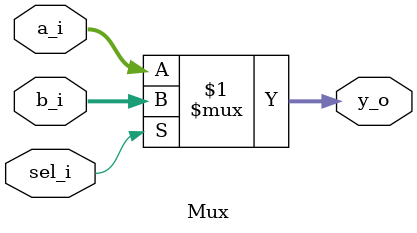
<source format=sv>

module Mux (
  input   wire [7:0]    a_i,
  input   wire [7:0]    b_i,
  input   wire          sel_i,
  output  wire [7:0]    y_o
);

  assign y_o = sel_i ? b_i : a_i; 

endmodule
</source>
